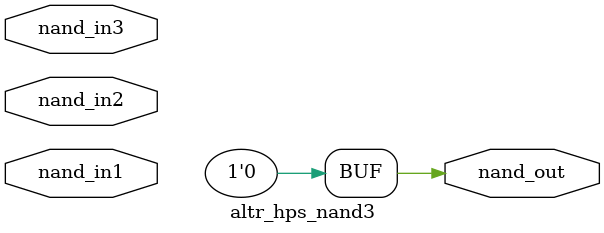
<source format=v>
module altr_hps_nand3(	// file.cleaned.mlir:2:3
  input  nand_in1,	// file.cleaned.mlir:2:32
         nand_in2,	// file.cleaned.mlir:2:51
         nand_in3,	// file.cleaned.mlir:2:70
  output nand_out	// file.cleaned.mlir:2:90
);

  assign nand_out = 1'h0;	// file.cleaned.mlir:3:14, :4:5
endmodule


</source>
